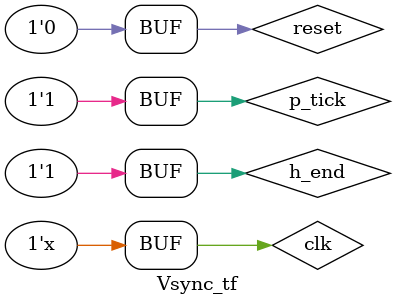
<source format=v>
`timescale 1ns / 1ps
module Vsync_tf;
        reg clk;
        reg reset;
        reg p_tick;
        reg h_end;
        wire [9:0] pixel_y;
        wire vsync;
        wire v_scan_on;
            
        v_sync uut(
            .clk(clk), 
            .reset(reset), 
            .p_tick(p_tick),
            .pixel_y(pixel_y),
            .h_end(h_end),
            .vsync(vsync), 
            .v_scan_on(v_scan_on)
        );
       always #5 clk = ~clk;
        initial begin
          clk = 0;
          reset = 1;
          #10
          reset = 0;
          p_tick = 1;
          h_end = 1;
        end    
endmodule
</source>
